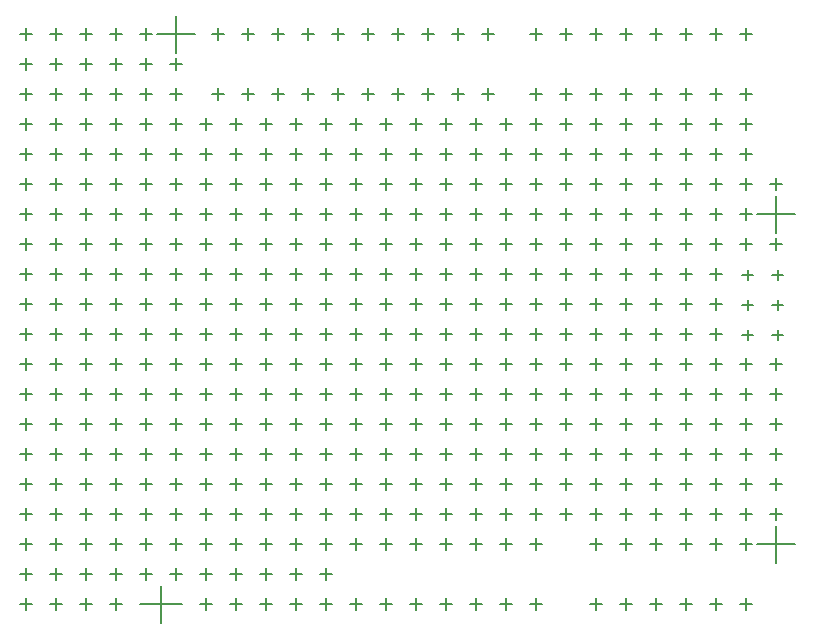
<source format=gbr>
%FSTAX23Y23*%
%MOIN*%
%SFA1B1*%

%IPPOS*%
%ADD18C,0.005000*%
%LN451PCB-COM_Arduino_ProtoShield_Board_v1_drillmap*%
%LPD*%
G54D18*
X0108Y002D02*
X01119D01*
X011Y0018D02*
Y00219D01*
X0162Y018D02*
X01659D01*
X0164Y0178D02*
Y01819D01*
X0152Y018D02*
X01559D01*
X0154Y0178D02*
Y01819D01*
X0142Y018D02*
X01459D01*
X0144Y0178D02*
Y01819D01*
X0132Y018D02*
X01359D01*
X0134Y0178D02*
Y01819D01*
X0122Y018D02*
X01259D01*
X0124Y0178D02*
Y01819D01*
X0112Y018D02*
X01159D01*
X0114Y0178D02*
Y01819D01*
X0102Y018D02*
X01059D01*
X0104Y0178D02*
Y01819D01*
X0092Y018D02*
X00959D01*
X0094Y0178D02*
Y01819D01*
X0082Y018D02*
X00859D01*
X0084Y0178D02*
Y01819D01*
X0072Y018D02*
X00759D01*
X0074Y0178D02*
Y01819D01*
X0162Y02D02*
X01659D01*
X0164Y0198D02*
Y02019D01*
X0152Y02D02*
X01559D01*
X0154Y0198D02*
Y02019D01*
X0142Y02D02*
X01459D01*
X0144Y0198D02*
Y02019D01*
X0132Y02D02*
X01359D01*
X0134Y0198D02*
Y02019D01*
X0122Y02D02*
X01259D01*
X0124Y0198D02*
Y02019D01*
X0112Y02D02*
X01159D01*
X0114Y0198D02*
Y02019D01*
X0102Y02D02*
X01059D01*
X0104Y0198D02*
Y02019D01*
X0092Y02D02*
X00959D01*
X0094Y0198D02*
Y02019D01*
X0082Y02D02*
X00859D01*
X0084Y0198D02*
Y02019D01*
X0072Y02D02*
X00759D01*
X0074Y0198D02*
Y02019D01*
X0008Y001D02*
X00119D01*
X001Y0008D02*
Y00119D01*
X0018Y001D02*
X00219D01*
X002Y0008D02*
Y00119D01*
X0028Y001D02*
X00319D01*
X003Y0008D02*
Y00119D01*
X0038Y001D02*
X00419D01*
X004Y0008D02*
Y00119D01*
X0048Y001D02*
X00519D01*
X0058D02*
X00619D01*
X0068D02*
X00719D01*
X007Y0008D02*
Y00119D01*
X0078Y001D02*
X00819D01*
X008Y0008D02*
Y00119D01*
X0088Y001D02*
X00919D01*
X009Y0008D02*
Y00119D01*
X0098Y001D02*
X01019D01*
X01Y0008D02*
Y00119D01*
X0008Y02D02*
X00119D01*
X001Y0198D02*
Y02019D01*
X0018Y02D02*
X00219D01*
X002Y0198D02*
Y02019D01*
X0028Y02D02*
X00319D01*
X003Y0198D02*
Y02019D01*
X0038Y02D02*
X00419D01*
X004Y0198D02*
Y02019D01*
X0048Y02D02*
X00519D01*
X005Y0198D02*
Y02019D01*
X0008Y019D02*
X00119D01*
X001Y0188D02*
Y01919D01*
X0018Y019D02*
X00219D01*
X002Y0188D02*
Y01919D01*
X0028Y019D02*
X00319D01*
X003Y0188D02*
Y01919D01*
X0038Y019D02*
X00419D01*
X004Y0188D02*
Y01919D01*
X0048Y019D02*
X00519D01*
X005Y0188D02*
Y01919D01*
X0058Y019D02*
X00619D01*
X006Y0188D02*
Y01919D01*
X0008Y018D02*
X00119D01*
X001Y0178D02*
Y01819D01*
X0018Y018D02*
X00219D01*
X002Y0178D02*
Y01819D01*
X0028Y018D02*
X00319D01*
X003Y0178D02*
Y01819D01*
X0038Y018D02*
X00419D01*
X004Y0178D02*
Y01819D01*
X0048Y018D02*
X00519D01*
X005Y0178D02*
Y01819D01*
X0058Y018D02*
X00619D01*
X006Y0178D02*
Y01819D01*
X0008Y002D02*
X00119D01*
X001Y0018D02*
Y00219D01*
X0018Y002D02*
X00219D01*
X002Y0018D02*
Y00219D01*
X0028Y002D02*
X00319D01*
X003Y0018D02*
Y00219D01*
X0038Y002D02*
X00419D01*
X004Y0018D02*
Y00219D01*
X0048Y002D02*
X00519D01*
X005Y0018D02*
Y00219D01*
X0058Y002D02*
X00619D01*
X006Y0018D02*
Y00219D01*
X0068Y002D02*
X00719D01*
X007Y0018D02*
Y00219D01*
X0078Y002D02*
X00819D01*
X008Y0018D02*
Y00219D01*
X0088Y002D02*
X00919D01*
X009Y0018D02*
Y00219D01*
X0098Y002D02*
X01019D01*
X01Y0018D02*
Y00219D01*
X0008Y003D02*
X00119D01*
X001Y0028D02*
Y00319D01*
X0018Y003D02*
X00219D01*
X002Y0028D02*
Y00319D01*
X0028Y003D02*
X00319D01*
X003Y0028D02*
Y00319D01*
X0038Y003D02*
X00419D01*
X004Y0028D02*
Y00319D01*
X0048Y003D02*
X00519D01*
X005Y0028D02*
Y00319D01*
X0058Y003D02*
X00619D01*
X006Y0028D02*
Y00319D01*
X0068Y003D02*
X00719D01*
X007Y0028D02*
Y00319D01*
X0078Y003D02*
X00819D01*
X008Y0028D02*
Y00319D01*
X0088Y003D02*
X00919D01*
X009Y0028D02*
Y00319D01*
X0098Y003D02*
X01019D01*
X01Y0028D02*
Y00319D01*
X0058Y017D02*
X00619D01*
X006Y0168D02*
Y01719D01*
X0068Y017D02*
X00719D01*
X007Y0168D02*
Y01719D01*
X0078Y017D02*
X00819D01*
X008Y0168D02*
Y01719D01*
X0088Y017D02*
X00919D01*
X009Y0168D02*
Y01719D01*
X0098Y017D02*
X01019D01*
X01Y0168D02*
Y01719D01*
X0108Y017D02*
X01119D01*
X011Y0168D02*
Y01719D01*
X0118Y017D02*
X01219D01*
X012Y0168D02*
Y01719D01*
X0128Y017D02*
X01319D01*
X013Y0168D02*
Y01719D01*
X0138Y017D02*
X01419D01*
X014Y0168D02*
Y01719D01*
X0148Y017D02*
X01519D01*
X015Y0168D02*
Y01719D01*
X0158Y017D02*
X01619D01*
X016Y0168D02*
Y01719D01*
X0168Y017D02*
X01719D01*
X017Y0168D02*
Y01719D01*
X0178Y017D02*
X01819D01*
X018Y0168D02*
Y01719D01*
X0188Y017D02*
X01919D01*
X019Y0168D02*
Y01719D01*
X0198Y017D02*
X02019D01*
X02Y0168D02*
Y01719D01*
X0208Y017D02*
X02119D01*
X021Y0168D02*
Y01719D01*
X0218Y017D02*
X02219D01*
X022Y0168D02*
Y01719D01*
X0228Y017D02*
X02319D01*
X023Y0168D02*
Y01719D01*
X0238Y017D02*
X02419D01*
X024Y0168D02*
Y01719D01*
X0248Y017D02*
X02519D01*
X025Y0168D02*
Y01719D01*
X0008Y017D02*
X00119D01*
X001Y0168D02*
Y01719D01*
X0018Y017D02*
X00219D01*
X002Y0168D02*
Y01719D01*
X0028Y017D02*
X00319D01*
X003Y0168D02*
Y01719D01*
X0038Y017D02*
X00419D01*
X004Y0168D02*
Y01719D01*
X0048Y017D02*
X00519D01*
X005Y0168D02*
Y01719D01*
X0228Y018D02*
X02319D01*
X023Y0178D02*
Y01819D01*
X0238Y018D02*
X02419D01*
X024Y0178D02*
Y01819D01*
X0178Y018D02*
X01819D01*
X018Y0178D02*
Y01819D01*
X0248Y018D02*
X02519D01*
X025Y0178D02*
Y01819D01*
X0208Y018D02*
X02119D01*
X021Y0178D02*
Y01819D01*
X0198Y018D02*
X02019D01*
X02Y0178D02*
Y01819D01*
X0188Y018D02*
X01919D01*
X019Y0178D02*
Y01819D01*
X0218Y018D02*
X02219D01*
X022Y0178D02*
Y01819D01*
X0228Y02D02*
X02319D01*
X023Y0198D02*
Y02019D01*
X0238Y02D02*
X02419D01*
X024Y0198D02*
Y02019D01*
X0178Y02D02*
X01819D01*
X018Y0198D02*
Y02019D01*
X0248Y02D02*
X02519D01*
X025Y0198D02*
Y02019D01*
X0208Y02D02*
X02119D01*
X021Y0198D02*
Y02019D01*
X0198Y02D02*
X02019D01*
X02Y0198D02*
Y02019D01*
X0188Y02D02*
X01919D01*
X019Y0198D02*
Y02019D01*
X0218Y02D02*
X02219D01*
X022Y0198D02*
Y02019D01*
X0148Y003D02*
X01519D01*
X015Y0028D02*
Y00319D01*
X0118Y003D02*
X01219D01*
X012Y0028D02*
Y00319D01*
X0128Y003D02*
X01319D01*
X013Y0028D02*
Y00319D01*
X0138Y003D02*
X01419D01*
X014Y0028D02*
Y00319D01*
X0178Y003D02*
X01819D01*
X018Y0028D02*
Y00319D01*
X0108Y003D02*
X01119D01*
X011Y0028D02*
Y00319D01*
X0168Y003D02*
X01719D01*
X017Y0028D02*
Y00319D01*
X0158Y003D02*
X01619D01*
X016Y0028D02*
Y00319D01*
X0148Y001D02*
X01519D01*
X015Y0008D02*
Y00119D01*
X0118Y001D02*
X01219D01*
X012Y0008D02*
Y00119D01*
X0128Y001D02*
X01319D01*
X013Y0008D02*
Y00119D01*
X0138Y001D02*
X01419D01*
X014Y0008D02*
Y00119D01*
X0178Y001D02*
X01819D01*
X018Y0008D02*
Y00119D01*
X0108Y001D02*
X01119D01*
X011Y0008D02*
Y00119D01*
X0168Y001D02*
X01719D01*
X017Y0008D02*
Y00119D01*
X0158Y001D02*
X01619D01*
X016Y0008D02*
Y00119D01*
X02587Y00998D02*
X02623D01*
X02605Y0098D02*
Y01015D01*
X02487Y00998D02*
X02523D01*
X02505Y0098D02*
Y01015D01*
X02587Y01098D02*
X02623D01*
X02605Y0108D02*
Y01115D01*
X02487Y01098D02*
X02523D01*
X02505Y0108D02*
Y01115D01*
X02587Y01198D02*
X02623D01*
X02605Y0118D02*
Y01215D01*
X02487Y01198D02*
X02523D01*
X02505Y0118D02*
Y01215D01*
X0008Y016D02*
X00119D01*
X001Y0158D02*
Y01619D01*
X0018Y016D02*
X00219D01*
X002Y0158D02*
Y01619D01*
X0028Y016D02*
X00319D01*
X003Y0158D02*
Y01619D01*
X0038Y016D02*
X00419D01*
X004Y0158D02*
Y01619D01*
X0048Y016D02*
X00519D01*
X005Y0158D02*
Y01619D01*
X0158Y016D02*
X01619D01*
X016Y0158D02*
Y01619D01*
X0168Y016D02*
X01719D01*
X017Y0158D02*
Y01619D01*
X0178Y016D02*
X01819D01*
X018Y0158D02*
Y01619D01*
X0188Y016D02*
X01919D01*
X019Y0158D02*
Y01619D01*
X0198Y016D02*
X02019D01*
X02Y0158D02*
Y01619D01*
X0208Y016D02*
X02119D01*
X021Y0158D02*
Y01619D01*
X0218Y016D02*
X02219D01*
X022Y0158D02*
Y01619D01*
X0228Y016D02*
X02319D01*
X023Y0158D02*
Y01619D01*
X0238Y016D02*
X02419D01*
X024Y0158D02*
Y01619D01*
X0248Y016D02*
X02519D01*
X025Y0158D02*
Y01619D01*
X0058Y016D02*
X00619D01*
X006Y0158D02*
Y01619D01*
X0068Y016D02*
X00719D01*
X007Y0158D02*
Y01619D01*
X0078Y016D02*
X00819D01*
X008Y0158D02*
Y01619D01*
X0088Y016D02*
X00919D01*
X009Y0158D02*
Y01619D01*
X0098Y016D02*
X01019D01*
X01Y0158D02*
Y01619D01*
X0108Y016D02*
X01119D01*
X011Y0158D02*
Y01619D01*
X0118Y016D02*
X01219D01*
X012Y0158D02*
Y01619D01*
X0128Y016D02*
X01319D01*
X013Y0158D02*
Y01619D01*
X0138Y016D02*
X01419D01*
X014Y0158D02*
Y01619D01*
X0148Y016D02*
X01519D01*
X015Y0158D02*
Y01619D01*
X0008Y015D02*
X00119D01*
X001Y0148D02*
Y01519D01*
X0018Y015D02*
X00219D01*
X002Y0148D02*
Y01519D01*
X0028Y015D02*
X00319D01*
X003Y0148D02*
Y01519D01*
X0038Y015D02*
X00419D01*
X004Y0148D02*
Y01519D01*
X0048Y015D02*
X00519D01*
X005Y0148D02*
Y01519D01*
X0058Y015D02*
X00619D01*
X006Y0148D02*
Y01519D01*
X0168Y015D02*
X01719D01*
X017Y0148D02*
Y01519D01*
X0178Y015D02*
X01819D01*
X018Y0148D02*
Y01519D01*
X0188Y015D02*
X01919D01*
X019Y0148D02*
Y01519D01*
X0198Y015D02*
X02019D01*
X02Y0148D02*
Y01519D01*
X0208Y015D02*
X02119D01*
X021Y0148D02*
Y01519D01*
X0218Y015D02*
X02219D01*
X022Y0148D02*
Y01519D01*
X0228Y015D02*
X02319D01*
X023Y0148D02*
Y01519D01*
X0238Y015D02*
X02419D01*
X024Y0148D02*
Y01519D01*
X0248Y015D02*
X02519D01*
X025Y0148D02*
Y01519D01*
X0258Y015D02*
X02619D01*
X026Y0148D02*
Y01519D01*
X0068Y015D02*
X00719D01*
X007Y0148D02*
Y01519D01*
X0078Y015D02*
X00819D01*
X008Y0148D02*
Y01519D01*
X0088Y015D02*
X00919D01*
X009Y0148D02*
Y01519D01*
X0098Y015D02*
X01019D01*
X01Y0148D02*
Y01519D01*
X0108Y015D02*
X01119D01*
X011Y0148D02*
Y01519D01*
X0118Y015D02*
X01219D01*
X012Y0148D02*
Y01519D01*
X0128Y015D02*
X01319D01*
X013Y0148D02*
Y01519D01*
X0138Y015D02*
X01419D01*
X014Y0148D02*
Y01519D01*
X0148Y015D02*
X01519D01*
X015Y0148D02*
Y01519D01*
X0158Y015D02*
X01619D01*
X016Y0148D02*
Y01519D01*
X0008Y014D02*
X00119D01*
X001Y0138D02*
Y01419D01*
X0018Y014D02*
X00219D01*
X002Y0138D02*
Y01419D01*
X0028Y014D02*
X00319D01*
X003Y0138D02*
Y01419D01*
X0038Y014D02*
X00419D01*
X004Y0138D02*
Y01419D01*
X0048Y014D02*
X00519D01*
X005Y0138D02*
Y01419D01*
X0158Y014D02*
X01619D01*
X016Y0138D02*
Y01419D01*
X0168Y014D02*
X01719D01*
X017Y0138D02*
Y01419D01*
X0178Y014D02*
X01819D01*
X018Y0138D02*
Y01419D01*
X0188Y014D02*
X01919D01*
X019Y0138D02*
Y01419D01*
X0198Y014D02*
X02019D01*
X02Y0138D02*
Y01419D01*
X0208Y014D02*
X02119D01*
X021Y0138D02*
Y01419D01*
X0218Y014D02*
X02219D01*
X022Y0138D02*
Y01419D01*
X0228Y014D02*
X02319D01*
X023Y0138D02*
Y01419D01*
X0238Y014D02*
X02419D01*
X024Y0138D02*
Y01419D01*
X0248Y014D02*
X02519D01*
X025Y0138D02*
Y01419D01*
X0058Y014D02*
X00619D01*
X006Y0138D02*
Y01419D01*
X0068Y014D02*
X00719D01*
X007Y0138D02*
Y01419D01*
X0078Y014D02*
X00819D01*
X008Y0138D02*
Y01419D01*
X0088Y014D02*
X00919D01*
X009Y0138D02*
Y01419D01*
X0098Y014D02*
X01019D01*
X01Y0138D02*
Y01419D01*
X0108Y014D02*
X01119D01*
X011Y0138D02*
Y01419D01*
X0118Y014D02*
X01219D01*
X012Y0138D02*
Y01419D01*
X0128Y014D02*
X01319D01*
X013Y0138D02*
Y01419D01*
X0138Y014D02*
X01419D01*
X014Y0138D02*
Y01419D01*
X0148Y014D02*
X01519D01*
X015Y0138D02*
Y01419D01*
X0008Y013D02*
X00119D01*
X001Y0128D02*
Y01319D01*
X0018Y013D02*
X00219D01*
X002Y0128D02*
Y01319D01*
X0028Y013D02*
X00319D01*
X003Y0128D02*
Y01319D01*
X0038Y013D02*
X00419D01*
X004Y0128D02*
Y01319D01*
X0048Y013D02*
X00519D01*
X005Y0128D02*
Y01319D01*
X0058Y013D02*
X00619D01*
X006Y0128D02*
Y01319D01*
X0168Y013D02*
X01719D01*
X017Y0128D02*
Y01319D01*
X0178Y013D02*
X01819D01*
X018Y0128D02*
Y01319D01*
X0188Y013D02*
X01919D01*
X019Y0128D02*
Y01319D01*
X0198Y013D02*
X02019D01*
X02Y0128D02*
Y01319D01*
X0208Y013D02*
X02119D01*
X021Y0128D02*
Y01319D01*
X0218Y013D02*
X02219D01*
X022Y0128D02*
Y01319D01*
X0228Y013D02*
X02319D01*
X023Y0128D02*
Y01319D01*
X0238Y013D02*
X02419D01*
X024Y0128D02*
Y01319D01*
X0248Y013D02*
X02519D01*
X025Y0128D02*
Y01319D01*
X0258Y013D02*
X02619D01*
X026Y0128D02*
Y01319D01*
X0068Y013D02*
X00719D01*
X007Y0128D02*
Y01319D01*
X0078Y013D02*
X00819D01*
X008Y0128D02*
Y01319D01*
X0088Y013D02*
X00919D01*
X009Y0128D02*
Y01319D01*
X0098Y013D02*
X01019D01*
X01Y0128D02*
Y01319D01*
X0108Y013D02*
X01119D01*
X011Y0128D02*
Y01319D01*
X0118Y013D02*
X01219D01*
X012Y0128D02*
Y01319D01*
X0128Y013D02*
X01319D01*
X013Y0128D02*
Y01319D01*
X0138Y013D02*
X01419D01*
X014Y0128D02*
Y01319D01*
X0148Y013D02*
X01519D01*
X015Y0128D02*
Y01319D01*
X0158Y013D02*
X01619D01*
X016Y0128D02*
Y01319D01*
X0008Y012D02*
X00119D01*
X001Y0118D02*
Y01219D01*
X0018Y012D02*
X00219D01*
X002Y0118D02*
Y01219D01*
X0028Y012D02*
X00319D01*
X003Y0118D02*
Y01219D01*
X0038Y012D02*
X00419D01*
X004Y0118D02*
Y01219D01*
X0148Y012D02*
X01519D01*
X015Y0118D02*
Y01219D01*
X0158Y012D02*
X01619D01*
X016Y0118D02*
Y01219D01*
X0168Y012D02*
X01719D01*
X017Y0118D02*
Y01219D01*
X0178Y012D02*
X01819D01*
X018Y0118D02*
Y01219D01*
X0188Y012D02*
X01919D01*
X019Y0118D02*
Y01219D01*
X0198Y012D02*
X02019D01*
X02Y0118D02*
Y01219D01*
X0208Y012D02*
X02119D01*
X021Y0118D02*
Y01219D01*
X0218Y012D02*
X02219D01*
X022Y0118D02*
Y01219D01*
X0228Y012D02*
X02319D01*
X023Y0118D02*
Y01219D01*
X0238Y012D02*
X02419D01*
X024Y0118D02*
Y01219D01*
X0048Y012D02*
X00519D01*
X005Y0118D02*
Y01219D01*
X0058Y012D02*
X00619D01*
X006Y0118D02*
Y01219D01*
X0068Y012D02*
X00719D01*
X007Y0118D02*
Y01219D01*
X0078Y012D02*
X00819D01*
X008Y0118D02*
Y01219D01*
X0088Y012D02*
X00919D01*
X009Y0118D02*
Y01219D01*
X0098Y012D02*
X01019D01*
X01Y0118D02*
Y01219D01*
X0108Y012D02*
X01119D01*
X011Y0118D02*
Y01219D01*
X0118Y012D02*
X01219D01*
X012Y0118D02*
Y01219D01*
X0128Y012D02*
X01319D01*
X013Y0118D02*
Y01219D01*
X0138Y012D02*
X01419D01*
X014Y0118D02*
Y01219D01*
X0008Y011D02*
X00119D01*
X001Y0108D02*
Y01119D01*
X0018Y011D02*
X00219D01*
X002Y0108D02*
Y01119D01*
X0028Y011D02*
X00319D01*
X003Y0108D02*
Y01119D01*
X0038Y011D02*
X00419D01*
X004Y0108D02*
Y01119D01*
X0148Y011D02*
X01519D01*
X015Y0108D02*
Y01119D01*
X0158Y011D02*
X01619D01*
X016Y0108D02*
Y01119D01*
X0168Y011D02*
X01719D01*
X017Y0108D02*
Y01119D01*
X0178Y011D02*
X01819D01*
X018Y0108D02*
Y01119D01*
X0188Y011D02*
X01919D01*
X019Y0108D02*
Y01119D01*
X0198Y011D02*
X02019D01*
X02Y0108D02*
Y01119D01*
X0208Y011D02*
X02119D01*
X021Y0108D02*
Y01119D01*
X0218Y011D02*
X02219D01*
X022Y0108D02*
Y01119D01*
X0228Y011D02*
X02319D01*
X023Y0108D02*
Y01119D01*
X0238Y011D02*
X02419D01*
X024Y0108D02*
Y01119D01*
X0048Y011D02*
X00519D01*
X005Y0108D02*
Y01119D01*
X0058Y011D02*
X00619D01*
X006Y0108D02*
Y01119D01*
X0068Y011D02*
X00719D01*
X007Y0108D02*
Y01119D01*
X0078Y011D02*
X00819D01*
X008Y0108D02*
Y01119D01*
X0088Y011D02*
X00919D01*
X009Y0108D02*
Y01119D01*
X0098Y011D02*
X01019D01*
X01Y0108D02*
Y01119D01*
X0108Y011D02*
X01119D01*
X011Y0108D02*
Y01119D01*
X0118Y011D02*
X01219D01*
X012Y0108D02*
Y01119D01*
X0128Y011D02*
X01319D01*
X013Y0108D02*
Y01119D01*
X0138Y011D02*
X01419D01*
X014Y0108D02*
Y01119D01*
X0008Y01D02*
X00119D01*
X001Y0098D02*
Y01019D01*
X0018Y01D02*
X00219D01*
X002Y0098D02*
Y01019D01*
X0028Y01D02*
X00319D01*
X003Y0098D02*
Y01019D01*
X0038Y01D02*
X00419D01*
X004Y0098D02*
Y01019D01*
X0148Y01D02*
X01519D01*
X015Y0098D02*
Y01019D01*
X0158Y01D02*
X01619D01*
X016Y0098D02*
Y01019D01*
X0168Y01D02*
X01719D01*
X017Y0098D02*
Y01019D01*
X0178Y01D02*
X01819D01*
X018Y0098D02*
Y01019D01*
X0188Y01D02*
X01919D01*
X019Y0098D02*
Y01019D01*
X0198Y01D02*
X02019D01*
X02Y0098D02*
Y01019D01*
X0208Y01D02*
X02119D01*
X021Y0098D02*
Y01019D01*
X0218Y01D02*
X02219D01*
X022Y0098D02*
Y01019D01*
X0228Y01D02*
X02319D01*
X023Y0098D02*
Y01019D01*
X0238Y01D02*
X02419D01*
X024Y0098D02*
Y01019D01*
X0048Y01D02*
X00519D01*
X005Y0098D02*
Y01019D01*
X0058Y01D02*
X00619D01*
X006Y0098D02*
Y01019D01*
X0068Y01D02*
X00719D01*
X007Y0098D02*
Y01019D01*
X0078Y01D02*
X00819D01*
X008Y0098D02*
Y01019D01*
X0088Y01D02*
X00919D01*
X009Y0098D02*
Y01019D01*
X0098Y01D02*
X01019D01*
X01Y0098D02*
Y01019D01*
X0108Y01D02*
X01119D01*
X011Y0098D02*
Y01019D01*
X0118Y01D02*
X01219D01*
X012Y0098D02*
Y01019D01*
X0128Y01D02*
X01319D01*
X013Y0098D02*
Y01019D01*
X0138Y01D02*
X01419D01*
X014Y0098D02*
Y01019D01*
X0008Y009D02*
X00119D01*
X001Y0088D02*
Y00919D01*
X0018Y009D02*
X00219D01*
X002Y0088D02*
Y00919D01*
X0028Y009D02*
X00319D01*
X003Y0088D02*
Y00919D01*
X0038Y009D02*
X00419D01*
X004Y0088D02*
Y00919D01*
X0048Y009D02*
X00519D01*
X005Y0088D02*
Y00919D01*
X0058Y009D02*
X00619D01*
X006Y0088D02*
Y00919D01*
X0168Y009D02*
X01719D01*
X017Y0088D02*
Y00919D01*
X0178Y009D02*
X01819D01*
X018Y0088D02*
Y00919D01*
X0188Y009D02*
X01919D01*
X019Y0088D02*
Y00919D01*
X0198Y009D02*
X02019D01*
X02Y0088D02*
Y00919D01*
X0208Y009D02*
X02119D01*
X021Y0088D02*
Y00919D01*
X0218Y009D02*
X02219D01*
X022Y0088D02*
Y00919D01*
X0228Y009D02*
X02319D01*
X023Y0088D02*
Y00919D01*
X0238Y009D02*
X02419D01*
X024Y0088D02*
Y00919D01*
X0248Y009D02*
X02519D01*
X025Y0088D02*
Y00919D01*
X0258Y009D02*
X02619D01*
X026Y0088D02*
Y00919D01*
X0068Y009D02*
X00719D01*
X007Y0088D02*
Y00919D01*
X0078Y009D02*
X00819D01*
X008Y0088D02*
Y00919D01*
X0088Y009D02*
X00919D01*
X009Y0088D02*
Y00919D01*
X0098Y009D02*
X01019D01*
X01Y0088D02*
Y00919D01*
X0108Y009D02*
X01119D01*
X011Y0088D02*
Y00919D01*
X0118Y009D02*
X01219D01*
X012Y0088D02*
Y00919D01*
X0128Y009D02*
X01319D01*
X013Y0088D02*
Y00919D01*
X0138Y009D02*
X01419D01*
X014Y0088D02*
Y00919D01*
X0148Y009D02*
X01519D01*
X015Y0088D02*
Y00919D01*
X0158Y009D02*
X01619D01*
X016Y0088D02*
Y00919D01*
X0008Y008D02*
X00119D01*
X001Y0078D02*
Y00819D01*
X0018Y008D02*
X00219D01*
X002Y0078D02*
Y00819D01*
X0028Y008D02*
X00319D01*
X003Y0078D02*
Y00819D01*
X0038Y008D02*
X00419D01*
X004Y0078D02*
Y00819D01*
X0048Y008D02*
X00519D01*
X005Y0078D02*
Y00819D01*
X0058Y008D02*
X00619D01*
X006Y0078D02*
Y00819D01*
X0168Y008D02*
X01719D01*
X017Y0078D02*
Y00819D01*
X0178Y008D02*
X01819D01*
X018Y0078D02*
Y00819D01*
X0188Y008D02*
X01919D01*
X019Y0078D02*
Y00819D01*
X0198Y008D02*
X02019D01*
X02Y0078D02*
Y00819D01*
X0208Y008D02*
X02119D01*
X021Y0078D02*
Y00819D01*
X0218Y008D02*
X02219D01*
X022Y0078D02*
Y00819D01*
X0228Y008D02*
X02319D01*
X023Y0078D02*
Y00819D01*
X0238Y008D02*
X02419D01*
X024Y0078D02*
Y00819D01*
X0248Y008D02*
X02519D01*
X025Y0078D02*
Y00819D01*
X0258Y008D02*
X02619D01*
X026Y0078D02*
Y00819D01*
X0068Y008D02*
X00719D01*
X007Y0078D02*
Y00819D01*
X0078Y008D02*
X00819D01*
X008Y0078D02*
Y00819D01*
X0088Y008D02*
X00919D01*
X009Y0078D02*
Y00819D01*
X0098Y008D02*
X01019D01*
X01Y0078D02*
Y00819D01*
X0108Y008D02*
X01119D01*
X011Y0078D02*
Y00819D01*
X0118Y008D02*
X01219D01*
X012Y0078D02*
Y00819D01*
X0128Y008D02*
X01319D01*
X013Y0078D02*
Y00819D01*
X0138Y008D02*
X01419D01*
X014Y0078D02*
Y00819D01*
X0148Y008D02*
X01519D01*
X015Y0078D02*
Y00819D01*
X0158Y008D02*
X01619D01*
X016Y0078D02*
Y00819D01*
X0008Y007D02*
X00119D01*
X001Y0068D02*
Y00719D01*
X0018Y007D02*
X00219D01*
X002Y0068D02*
Y00719D01*
X0028Y007D02*
X00319D01*
X003Y0068D02*
Y00719D01*
X0038Y007D02*
X00419D01*
X004Y0068D02*
Y00719D01*
X0048Y007D02*
X00519D01*
X005Y0068D02*
Y00719D01*
X0058Y007D02*
X00619D01*
X006Y0068D02*
Y00719D01*
X0168Y007D02*
X01719D01*
X017Y0068D02*
Y00719D01*
X0178Y007D02*
X01819D01*
X018Y0068D02*
Y00719D01*
X0188Y007D02*
X01919D01*
X019Y0068D02*
Y00719D01*
X0198Y007D02*
X02019D01*
X02Y0068D02*
Y00719D01*
X0208Y007D02*
X02119D01*
X021Y0068D02*
Y00719D01*
X0218Y007D02*
X02219D01*
X022Y0068D02*
Y00719D01*
X0228Y007D02*
X02319D01*
X023Y0068D02*
Y00719D01*
X0238Y007D02*
X02419D01*
X024Y0068D02*
Y00719D01*
X0248Y007D02*
X02519D01*
X025Y0068D02*
Y00719D01*
X0258Y007D02*
X02619D01*
X026Y0068D02*
Y00719D01*
X0068Y007D02*
X00719D01*
X007Y0068D02*
Y00719D01*
X0078Y007D02*
X00819D01*
X008Y0068D02*
Y00719D01*
X0088Y007D02*
X00919D01*
X009Y0068D02*
Y00719D01*
X0098Y007D02*
X01019D01*
X01Y0068D02*
Y00719D01*
X0108Y007D02*
X01119D01*
X011Y0068D02*
Y00719D01*
X0118Y007D02*
X01219D01*
X012Y0068D02*
Y00719D01*
X0128Y007D02*
X01319D01*
X013Y0068D02*
Y00719D01*
X0138Y007D02*
X01419D01*
X014Y0068D02*
Y00719D01*
X0148Y007D02*
X01519D01*
X015Y0068D02*
Y00719D01*
X0158Y007D02*
X01619D01*
X016Y0068D02*
Y00719D01*
X0008Y006D02*
X00119D01*
X001Y0058D02*
Y00619D01*
X0018Y006D02*
X00219D01*
X002Y0058D02*
Y00619D01*
X0028Y006D02*
X00319D01*
X003Y0058D02*
Y00619D01*
X0038Y006D02*
X00419D01*
X004Y0058D02*
Y00619D01*
X0048Y006D02*
X00519D01*
X005Y0058D02*
Y00619D01*
X0058Y006D02*
X00619D01*
X006Y0058D02*
Y00619D01*
X0168Y006D02*
X01719D01*
X017Y0058D02*
Y00619D01*
X0178Y006D02*
X01819D01*
X018Y0058D02*
Y00619D01*
X0188Y006D02*
X01919D01*
X019Y0058D02*
Y00619D01*
X0198Y006D02*
X02019D01*
X02Y0058D02*
Y00619D01*
X0208Y006D02*
X02119D01*
X021Y0058D02*
Y00619D01*
X0218Y006D02*
X02219D01*
X022Y0058D02*
Y00619D01*
X0228Y006D02*
X02319D01*
X023Y0058D02*
Y00619D01*
X0238Y006D02*
X02419D01*
X024Y0058D02*
Y00619D01*
X0248Y006D02*
X02519D01*
X025Y0058D02*
Y00619D01*
X0258Y006D02*
X02619D01*
X026Y0058D02*
Y00619D01*
X0068Y006D02*
X00719D01*
X007Y0058D02*
Y00619D01*
X0078Y006D02*
X00819D01*
X008Y0058D02*
Y00619D01*
X0088Y006D02*
X00919D01*
X009Y0058D02*
Y00619D01*
X0098Y006D02*
X01019D01*
X01Y0058D02*
Y00619D01*
X0108Y006D02*
X01119D01*
X011Y0058D02*
Y00619D01*
X0118Y006D02*
X01219D01*
X012Y0058D02*
Y00619D01*
X0128Y006D02*
X01319D01*
X013Y0058D02*
Y00619D01*
X0138Y006D02*
X01419D01*
X014Y0058D02*
Y00619D01*
X0148Y006D02*
X01519D01*
X015Y0058D02*
Y00619D01*
X0158Y006D02*
X01619D01*
X016Y0058D02*
Y00619D01*
X0008Y005D02*
X00119D01*
X001Y0048D02*
Y00519D01*
X0018Y005D02*
X00219D01*
X002Y0048D02*
Y00519D01*
X0028Y005D02*
X00319D01*
X003Y0048D02*
Y00519D01*
X0038Y005D02*
X00419D01*
X004Y0048D02*
Y00519D01*
X0048Y005D02*
X00519D01*
X005Y0048D02*
Y00519D01*
X0058Y005D02*
X00619D01*
X006Y0048D02*
Y00519D01*
X0168Y005D02*
X01719D01*
X017Y0048D02*
Y00519D01*
X0178Y005D02*
X01819D01*
X018Y0048D02*
Y00519D01*
X0188Y005D02*
X01919D01*
X019Y0048D02*
Y00519D01*
X0198Y005D02*
X02019D01*
X02Y0048D02*
Y00519D01*
X0208Y005D02*
X02119D01*
X021Y0048D02*
Y00519D01*
X0218Y005D02*
X02219D01*
X022Y0048D02*
Y00519D01*
X0228Y005D02*
X02319D01*
X023Y0048D02*
Y00519D01*
X0238Y005D02*
X02419D01*
X024Y0048D02*
Y00519D01*
X0248Y005D02*
X02519D01*
X025Y0048D02*
Y00519D01*
X0258Y005D02*
X02619D01*
X026Y0048D02*
Y00519D01*
X0068Y005D02*
X00719D01*
X007Y0048D02*
Y00519D01*
X0078Y005D02*
X00819D01*
X008Y0048D02*
Y00519D01*
X0088Y005D02*
X00919D01*
X009Y0048D02*
Y00519D01*
X0098Y005D02*
X01019D01*
X01Y0048D02*
Y00519D01*
X0108Y005D02*
X01119D01*
X011Y0048D02*
Y00519D01*
X0118Y005D02*
X01219D01*
X012Y0048D02*
Y00519D01*
X0128Y005D02*
X01319D01*
X013Y0048D02*
Y00519D01*
X0138Y005D02*
X01419D01*
X014Y0048D02*
Y00519D01*
X0148Y005D02*
X01519D01*
X015Y0048D02*
Y00519D01*
X0158Y005D02*
X01619D01*
X016Y0048D02*
Y00519D01*
X0068Y004D02*
X00719D01*
X007Y0038D02*
Y00419D01*
X0078Y004D02*
X00819D01*
X008Y0038D02*
Y00419D01*
X0088Y004D02*
X00919D01*
X009Y0038D02*
Y00419D01*
X0098Y004D02*
X01019D01*
X01Y0038D02*
Y00419D01*
X0108Y004D02*
X01119D01*
X011Y0038D02*
Y00419D01*
X0118Y004D02*
X01219D01*
X012Y0038D02*
Y00419D01*
X0128Y004D02*
X01319D01*
X013Y0038D02*
Y00419D01*
X0138Y004D02*
X01419D01*
X014Y0038D02*
Y00419D01*
X0148Y004D02*
X01519D01*
X015Y0038D02*
Y00419D01*
X0158Y004D02*
X01619D01*
X016Y0038D02*
Y00419D01*
X0168Y004D02*
X01719D01*
X017Y0038D02*
Y00419D01*
X0178Y004D02*
X01819D01*
X018Y0038D02*
Y00419D01*
X0188Y004D02*
X01919D01*
X019Y0038D02*
Y00419D01*
X0198Y004D02*
X02019D01*
X02Y0038D02*
Y00419D01*
X0208Y004D02*
X02119D01*
X021Y0038D02*
Y00419D01*
X0218Y004D02*
X02219D01*
X022Y0038D02*
Y00419D01*
X0228Y004D02*
X02319D01*
X023Y0038D02*
Y00419D01*
X0238Y004D02*
X02419D01*
X024Y0038D02*
Y00419D01*
X0248Y004D02*
X02519D01*
X025Y0038D02*
Y00419D01*
X0258Y004D02*
X02619D01*
X026Y0038D02*
Y00419D01*
X0248Y003D02*
X02519D01*
X025Y0028D02*
Y00319D01*
X0238Y003D02*
X02419D01*
X024Y0028D02*
Y00319D01*
X0228Y003D02*
X02319D01*
X023Y0028D02*
Y00319D01*
X0218Y003D02*
X02219D01*
X022Y0028D02*
Y00319D01*
X0208Y003D02*
X02119D01*
X021Y0028D02*
Y00319D01*
X0198Y003D02*
X02019D01*
X02Y0028D02*
Y00319D01*
X0248Y001D02*
X02519D01*
X025Y0008D02*
Y00119D01*
X0238Y001D02*
X02419D01*
X024Y0008D02*
Y00119D01*
X0228Y001D02*
X02319D01*
X023Y0008D02*
Y00119D01*
X0218Y001D02*
X02219D01*
X022Y0008D02*
Y00119D01*
X0208Y001D02*
X02119D01*
X021Y0008D02*
Y00119D01*
X0198Y001D02*
X02019D01*
X02Y0008D02*
Y00119D01*
X0008Y004D02*
X00119D01*
X001Y0038D02*
Y00419D01*
X0018Y004D02*
X00219D01*
X002Y0038D02*
Y00419D01*
X0028Y004D02*
X00319D01*
X003Y0038D02*
Y00419D01*
X0038Y004D02*
X00419D01*
X004Y0038D02*
Y00419D01*
X0048Y004D02*
X00519D01*
X005Y0038D02*
Y00419D01*
X0058Y004D02*
X00619D01*
X006Y0038D02*
Y00419D01*
X02537Y003D02*
X02662D01*
X026Y00237D02*
Y00362D01*
X02537Y014D02*
X02662D01*
X026Y01337D02*
Y01462D01*
X0055Y00037D02*
Y00162D01*
X00537Y02D02*
X00662D01*
X006Y01937D02*
Y02062D01*
X00487Y001D02*
X00612D01*
M02*
</source>
